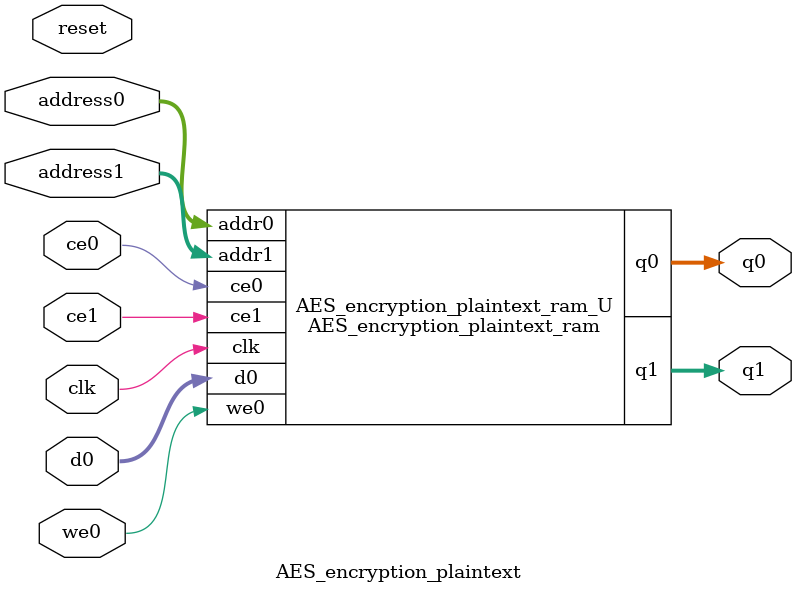
<source format=v>

`timescale 1 ns / 1 ps
module AES_encryption_plaintext_ram (addr0, ce0, d0, we0, q0, addr1, ce1, q1,  clk);

parameter DWIDTH = 8;
parameter AWIDTH = 4;
parameter MEM_SIZE = 16;

input[AWIDTH-1:0] addr0;
input ce0;
input[DWIDTH-1:0] d0;
input we0;
output reg[DWIDTH-1:0] q0;
input[AWIDTH-1:0] addr1;
input ce1;
output reg[DWIDTH-1:0] q1;
input clk;

(* ram_style = "distributed" *)reg [DWIDTH-1:0] ram[MEM_SIZE-1:0];




always @(posedge clk)  
begin 
    if (ce0) 
    begin
        if (we0) 
        begin 
            ram[addr0] <= d0; 
            q0 <= d0;
        end 
        else 
            q0 <= ram[addr0];
    end
end


always @(posedge clk)  
begin 
    if (ce1) 
    begin
            q1 <= ram[addr1];
    end
end


endmodule


`timescale 1 ns / 1 ps
module AES_encryption_plaintext(
    reset,
    clk,
    address0,
    ce0,
    we0,
    d0,
    q0,
    address1,
    ce1,
    q1);

parameter DataWidth = 32'd8;
parameter AddressRange = 32'd16;
parameter AddressWidth = 32'd4;
input reset;
input clk;
input[AddressWidth - 1:0] address0;
input ce0;
input we0;
input[DataWidth - 1:0] d0;
output[DataWidth - 1:0] q0;
input[AddressWidth - 1:0] address1;
input ce1;
output[DataWidth - 1:0] q1;



AES_encryption_plaintext_ram AES_encryption_plaintext_ram_U(
    .clk( clk ),
    .addr0( address0 ),
    .ce0( ce0 ),
    .d0( d0 ),
    .we0( we0 ),
    .q0( q0 ),
    .addr1( address1 ),
    .ce1( ce1 ),
    .q1( q1 ));

endmodule


</source>
